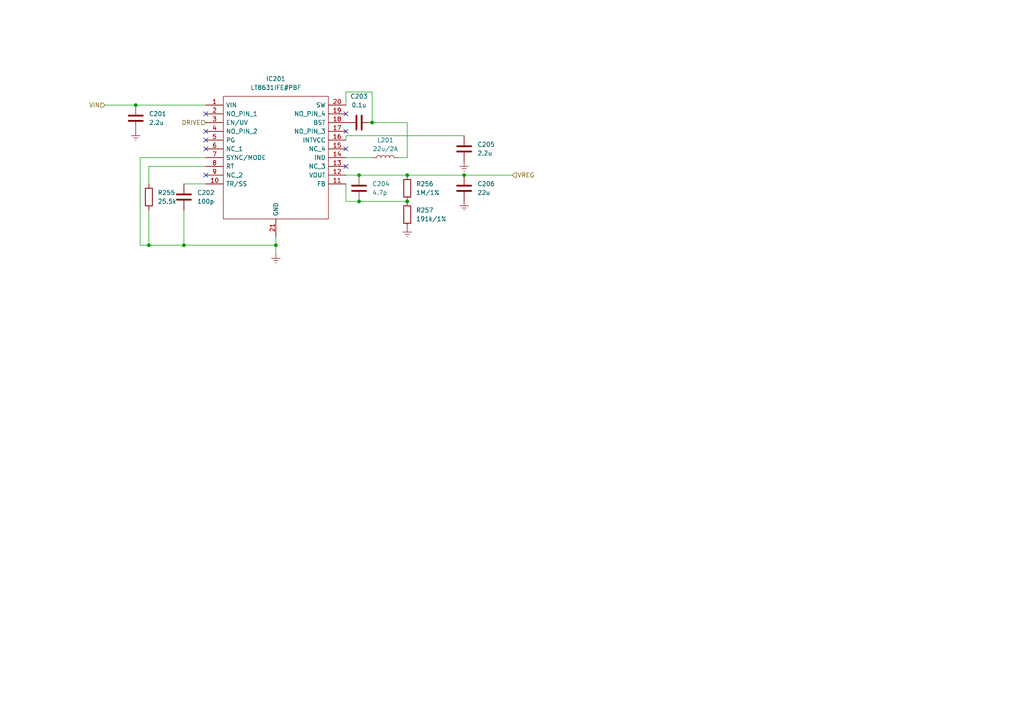
<source format=kicad_sch>
(kicad_sch (version 20231120) (generator "eeschema") (generator_version "8.0")
  (paper "A4")
  (lib_symbols
    (symbol "Device:C" (pin_numbers hide) (pin_names (offset 0.254))
      (property "Reference" "C" (at 0.635 2.54 0))
      (property "Value" "C" (at 0.635 -2.54 0))
      (symbol "C_0_1"
        (polyline (pts (xy -2.032 -0.762) (xy 2.032 -0.762)) (stroke (width 0.508)))
        (polyline (pts (xy -2.032 0.762) (xy 2.032 0.762)) (stroke (width 0.508)))
      )
      (symbol "C_1_1"
        (pin passive line (at 0 3.81 270) (length 2.794) (name "~") (number "1"))
        (pin passive line (at 0 -3.81 90) (length 2.794) (name "~") (number "2"))
      )
    )
    (symbol "Device:L" (pin_numbers hide) (pin_names (offset 1.016) hide)
      (property "Reference" "L" (at -1.27 0 90))
      (property "Value" "L" (at 1.905 0 90))
      (symbol "L_0_1"
        (arc (start 0 -2.54) (mid 0.6323 -1.905) (end 0 -1.27))
        (arc (start 0 -1.27) (mid 0.6323 -0.635) (end 0 0))
        (arc (start 0 0) (mid 0.6323 0.635) (end 0 1.27))
        (arc (start 0 1.27) (mid 0.6323 1.905) (end 0 2.54))
      )
      (symbol "L_1_1"
        (pin passive line (at 0 3.81 270) (length 1.27) (name "1") (number "1"))
        (pin passive line (at 0 -3.81 90) (length 1.27) (name "2") (number "2"))
      )
    )
    (symbol "Device:R" (pin_numbers hide) (pin_names (offset 0))
      (property "Reference" "R" (at 2.032 0 90))
      (property "Value" "R" (at 0 0 90))
      (symbol "R_0_1"
        (rectangle (start -1.016 -2.54) (end 1.016 2.54) (stroke (width 0.254)))
      )
      (symbol "R_1_1"
        (pin passive line (at 0 3.81 270) (length 1.27) (name "~") (number "1"))
        (pin passive line (at 0 -3.81 90) (length 1.27) (name "~") (number "2"))
      )
    )
    (symbol "Samacsys:LT8631IFE#PBF" (pin_names (offset 0.762))
      (property "Reference" "IC" (at 36.83 7.62 0))
      (property "Value" "LT8631IFE#PBF" (at 36.83 5.08 0))
      (symbol "LT8631IFE#PBF_0_0"
        (pin passive line (at 0 0 0) (length 5.08) (name "VIN") (number "1"))
        (pin passive line (at 0 -22.86 0) (length 5.08) (name "TR/SS") (number "10"))
        (pin passive line (at 40.64 -22.86 180) (length 5.08) (name "FB") (number "11"))
        (pin passive line (at 40.64 -20.32 180) (length 5.08) (name "VOUT") (number "12"))
        (pin passive line (at 40.64 -17.78 180) (length 5.08) (name "NC_3") (number "13"))
        (pin passive line (at 40.64 -15.24 180) (length 5.08) (name "IND") (number "14"))
        (pin passive line (at 40.64 -12.7 180) (length 5.08) (name "NC_4") (number "15"))
        (pin passive line (at 40.64 -10.16 180) (length 5.08) (name "INTVCC") (number "16"))
        (pin passive line (at 40.64 -7.62 180) (length 5.08) (name "NO_PIN_3") (number "17"))
        (pin passive line (at 40.64 -5.08 180) (length 5.08) (name "BST") (number "18"))
        (pin passive line (at 40.64 -2.54 180) (length 5.08) (name "NO_PIN_4") (number "19"))
        (pin passive line (at 0 -2.54 0) (length 5.08) (name "NO_PIN_1") (number "2"))
        (pin passive line (at 40.64 0 180) (length 5.08) (name "SW") (number "20"))
        (pin passive line (at 20.32 -38.1 90) (length 5.08) (name "GND") (number "21"))
        (pin passive line (at 0 -5.08 0) (length 5.08) (name "EN/UV") (number "3"))
        (pin passive line (at 0 -7.62 0) (length 5.08) (name "NO_PIN_2") (number "4"))
        (pin passive line (at 0 -10.16 0) (length 5.08) (name "PG") (number "5"))
        (pin passive line (at 0 -12.7 0) (length 5.08) (name "NC_1") (number "6"))
        (pin passive line (at 0 -15.24 0) (length 5.08) (name "SYNC/MODE") (number "7"))
        (pin passive line (at 0 -17.78 0) (length 5.08) (name "RT") (number "8"))
        (pin passive line (at 0 -20.32 0) (length 5.08) (name "NC_2") (number "9"))
      )
      (symbol "LT8631IFE#PBF_0_1"
        (polyline (pts (xy 5.08 2.54) (xy 35.56 2.54) (xy 35.56 -33.02) (xy 5.08 -33.02) (xy 5.08 2.54)) (stroke (width 0.1524)))
      )
    )
    (symbol "power:Earth" (power) (pin_names (offset 0))
      (symbol "Earth_0_1"
        (polyline (pts (xy -0.635 -1.905) (xy 0.635 -1.905)))
        (polyline (pts (xy -0.127 -2.54) (xy 0.127 -2.54)))
        (polyline (pts (xy 0 -1.27) (xy 0 0)))
        (polyline (pts (xy 1.27 -1.27) (xy -1.27 -1.27)))
      )
      (symbol "Earth_1_1"
        (pin power_in line (at 0 0 270) (length 0) hide (name "Earth") (number "1"))
      )
    )
  )
  (junction (at 104.14 58.42))
  (junction (at 118.11 58.42))
  (junction (at 39.37 30.48))
  (junction (at 80.01 71.12))
  (junction (at 104.14 50.8))
  (junction (at 43.18 71.12))
  (junction (at 107.95 35.56))
  (junction (at 53.34 71.12))
  (junction (at 134.62 50.8))
  (junction (at 118.11 50.8))
  (no_connect (at 59.69 33.02))
  (no_connect (at 59.69 43.18))
  (no_connect (at 100.33 33.02))
  (no_connect (at 100.33 43.18))
  (no_connect (at 100.33 38.1))
  (no_connect (at 100.33 48.26))
  (no_connect (at 59.69 40.64))
  (no_connect (at 59.69 50.8))
  (no_connect (at 59.69 38.1))
  (wire (pts (xy 104.14 58.42) (xy 118.11 58.42)))
  (wire (pts (xy 40.64 71.12) (xy 43.18 71.12)))
  (wire (pts (xy 107.95 35.56) (xy 118.11 35.56)))
  (wire (pts (xy 53.34 71.12) (xy 80.01 71.12)))
  (wire (pts (xy 134.62 50.8) (xy 148.59 50.8)))
  (wire (pts (xy 80.01 73.66) (xy 80.01 71.12)))
  (wire (pts (xy 59.69 48.26) (xy 43.18 48.26)))
  (wire (pts (xy 118.11 45.72) (xy 115.57 45.72)))
  (wire (pts (xy 107.95 26.67) (xy 107.95 35.56)))
  (wire (pts (xy 80.01 71.12) (xy 80.01 68.58)))
  (wire (pts (xy 100.33 30.48) (xy 100.33 26.67)))
  (wire (pts (xy 30.48 30.48) (xy 39.37 30.48)))
  (wire (pts (xy 104.14 50.8) (xy 118.11 50.8)))
  (wire (pts (xy 43.18 71.12) (xy 53.34 71.12)))
  (wire (pts (xy 39.37 30.48) (xy 59.69 30.48)))
  (wire (pts (xy 118.11 35.56) (xy 118.11 45.72)))
  (wire (pts (xy 107.95 45.72) (xy 100.33 45.72)))
  (wire (pts (xy 43.18 48.26) (xy 43.18 53.34)))
  (wire (pts (xy 104.14 50.8) (xy 100.33 50.8)))
  (wire (pts (xy 118.11 50.8) (xy 134.62 50.8)))
  (wire (pts (xy 40.64 45.72) (xy 40.64 71.12)))
  (wire (pts (xy 100.33 39.37) (xy 134.62 39.37)))
  (wire (pts (xy 53.34 60.96) (xy 53.34 71.12)))
  (wire (pts (xy 100.33 58.42) (xy 104.14 58.42)))
  (wire (pts (xy 100.33 39.37) (xy 100.33 40.64)))
  (wire (pts (xy 59.69 45.72) (xy 40.64 45.72)))
  (wire (pts (xy 43.18 60.96) (xy 43.18 71.12)))
  (wire (pts (xy 100.33 53.34) (xy 100.33 58.42)))
  (wire (pts (xy 53.34 53.34) (xy 59.69 53.34)))
  (wire (pts (xy 100.33 26.67) (xy 107.95 26.67)))
  (hierarchical_label "DRIVE" (shape input) (at 59.69 35.56 180))
  (hierarchical_label "VIN" (shape input) (at 30.48 30.48 180))
  (hierarchical_label "VREG" (shape input) (at 148.59 50.8 0))
  (symbol (lib_id "Device:C") (at 134.62 43.18 0) (unit 1)
    (property "Reference" "C205" (at 138.43 41.91 0) (effects (justify left)))
    (property "Value" "2.2u" (at 138.43 44.45 0) (effects (justify left)))
    (property "Footprint" "Capacitor_SMD:C_0603_1608Metric" (effects (hide yes)))
  )
  (symbol (lib_id "power:Earth") (at 80.01 73.66 0) (unit 1)
    (property "Reference" "#PWR0202" (effects (hide yes)))
    (property "Value" "Earth" (effects (hide yes)))
    (instances (project "6S_BMS" (path "" (reference "#PWR0202") (unit 1))) (project "BMS_Slave" (path "" (reference "#PWR012") (unit 1))))
  )
  (symbol (lib_id "Device:C") (at 39.37 34.29 0) (unit 1)
    (property "Reference" "C201" (at 43.18 33.02 0) (effects (justify left)))
    (property "Value" "2.2u" (at 43.18 35.56 0) (effects (justify left)))
    (property "Footprint" "Capacitor_SMD:C_2220_5650Metric" (effects (hide yes)))
  )
  (symbol (lib_id "Samacsys:LT8631IFE#PBF") (at 59.69 30.48 0) (unit 1)
    (property "Reference" "IC201" (at 80.01 22.86 0))
    (property "Value" "LT8631IFE#PBF" (at 80.01 25.4 0))
    (property "Footprint" "Samacsys:SOP65P640X120-21N" (effects (hide yes)))
    (property "Datasheet" "https://www.analog.com/media/en/technical-documentation/data-sheets/lt8631.pdf" (effects (hide yes)))
    (property "Description" "Switching Voltage Regulators 100V, 1A Sync uP Buck Reg" (effects (hide yes)))
    (property "Height" "1.2" (effects (hide yes)))
    (property "Mouser Part Number" "584-LT8631IFE#PBF" (effects (hide yes)))
    (property "Mouser Price/Stock" "https://www.mouser.co.uk/ProductDetail/Analog-Devices/LT8631IFEPBF?qs=oahfZPh6IALt9hCBxhtB7A%3D%3D" (effects (hide yes)))
    (property "Manufacturer_Name" "Analog Devices" (effects (hide yes)))
    (property "Manufacturer_Part_Number" "LT8631IFE#PBF" (effects (hide yes)))
  )
  (symbol (lib_id "power:Earth") (at 134.62 58.42 0) (unit 1)
    (property "Reference" "#PWR0205" (effects (hide yes)))
    (property "Value" "Earth" (effects (hide yes)))
    (instances (project "6S_BMS" (path "" (reference "#PWR0205") (unit 1))) (project "BMS_Slave" (path "" (reference "#PWR012") (unit 1))))
  )
  (symbol (lib_id "Device:C") (at 53.34 57.15 0) (unit 1)
    (property "Reference" "C202" (at 57.15 55.88 0) (effects (justify left)))
    (property "Value" "100p" (at 57.15 58.42 0) (effects (justify left)))
    (property "Footprint" "Capacitor_SMD:C_0603_1608Metric" (effects (hide yes)))
  )
  (symbol (lib_id "Device:R") (at 43.18 57.15 0) (unit 1)
    (property "Reference" "R255" (at 45.72 55.88 0) (effects (justify left)))
    (property "Value" "25.5k" (at 45.72 58.42 0) (effects (justify left)))
    (property "Footprint" "Resistor_SMD:R_0603_1608Metric" (effects (hide yes)))
  )
  (symbol (lib_id "Device:R") (at 118.11 54.61 0) (unit 1)
    (property "Reference" "R256" (at 120.65 53.34 0) (effects (justify left)))
    (property "Value" "1M/1%" (at 120.65 55.88 0) (effects (justify left)))
    (property "Footprint" "Resistor_SMD:R_0603_1608Metric" (effects (hide yes)))
  )
  (symbol (lib_id "power:Earth") (at 118.11 66.04 0) (unit 1)
    (property "Reference" "#PWR0203" (effects (hide yes)))
    (property "Value" "Earth" (effects (hide yes)))
    (instances (project "6S_BMS" (path "" (reference "#PWR0203") (unit 1))) (project "BMS_Slave" (path "" (reference "#PWR012") (unit 1))))
  )
  (symbol (lib_id "Device:C") (at 134.62 54.61 0) (unit 1)
    (property "Reference" "C206" (at 138.43 53.34 0) (effects (justify left)))
    (property "Value" "22u" (at 138.43 55.88 0) (effects (justify left)))
    (property "Footprint" "Capacitor_SMD:C_1206_3216Metric" (effects (hide yes)))
  )
  (symbol (lib_id "power:Earth") (at 39.37 38.1 0) (unit 1)
    (property "Reference" "#PWR0201" (effects (hide yes)))
    (property "Value" "Earth" (effects (hide yes)))
    (instances (project "6S_BMS" (path "" (reference "#PWR0201") (unit 1))) (project "BMS_Slave" (path "" (reference "#PWR012") (unit 1))))
  )
  (symbol (lib_id "Device:C") (at 104.14 35.56 90) (unit 1)
    (property "Reference" "C203" (at 104.14 27.94 90))
    (property "Value" "0.1u" (at 104.14 30.48 90))
    (property "Footprint" "Capacitor_SMD:C_0603_1608Metric" (effects (hide yes)))
  )
  (symbol (lib_id "power:Earth") (at 134.62 46.99 0) (unit 1)
    (property "Reference" "#PWR0204" (effects (hide yes)))
    (property "Value" "Earth" (effects (hide yes)))
    (instances (project "6S_BMS" (path "" (reference "#PWR0204") (unit 1))) (project "BMS_Slave" (path "" (reference "#PWR012") (unit 1))))
  )
  (symbol (lib_id "Device:L") (at 111.76 45.72 90) (unit 1)
    (property "Reference" "L201" (at 111.76 40.64 90))
    (property "Value" "22u/2A" (at 111.76 43.18 90))
    (property "Footprint" "Inductor_SMD:L_Bourns-SRN8040_8x8.15mm" (effects (hide yes)))
  )
  (symbol (lib_id "Device:R") (at 118.11 62.23 0) (unit 1)
    (property "Reference" "R257" (at 120.65 60.96 0) (effects (justify left)))
    (property "Value" "191k/1%" (at 120.65 63.5 0) (effects (justify left)))
    (property "Footprint" "Resistor_SMD:R_0603_1608Metric" (effects (hide yes)))
  )
  (symbol (lib_id "Device:C") (at 104.14 54.61 180) (unit 1)
    (property "Reference" "C204" (at 107.95 53.34 0) (effects (justify right)))
    (property "Value" "4.7p" (at 107.95 55.88 0) (effects (justify right)))
    (property "Footprint" "Capacitor_SMD:C_0603_1608Metric" (effects (hide yes)))
  )
)
</source>
